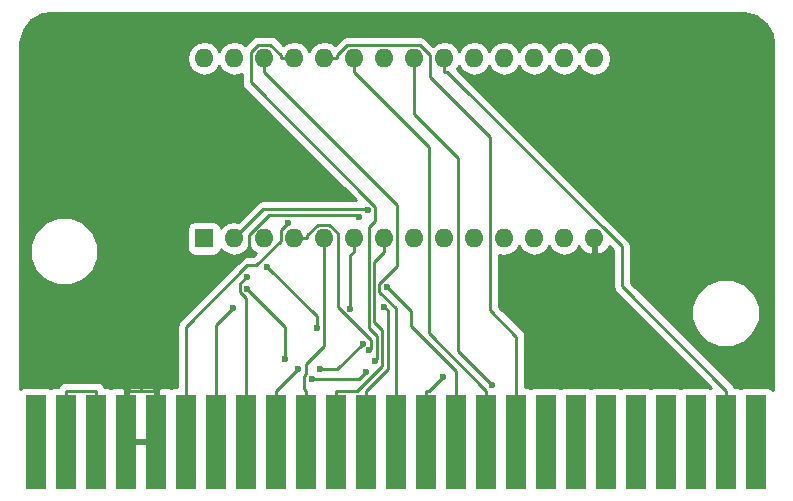
<source format=gbr>
G04 #@! TF.FileFunction,Copper,L2,Bot,Signal*
%FSLAX46Y46*%
G04 Gerber Fmt 4.6, Leading zero omitted, Abs format (unit mm)*
G04 Created by KiCad (PCBNEW 4.0.7) date 09/12/18 02:46:14*
%MOMM*%
%LPD*%
G01*
G04 APERTURE LIST*
%ADD10C,0.100000*%
%ADD11R,1.800000X8.000000*%
%ADD12R,1.600000X1.600000*%
%ADD13O,1.600000X1.600000*%
%ADD14C,0.600000*%
%ADD15C,0.250000*%
%ADD16C,0.254000*%
G04 APERTURE END LIST*
D10*
D11*
X180240840Y-108151440D03*
X177700840Y-108151440D03*
X175160840Y-108151440D03*
X172620840Y-108151440D03*
X170080840Y-108151440D03*
X167540840Y-108151440D03*
X165000840Y-108151440D03*
X162460840Y-108151440D03*
X159920840Y-108151440D03*
X157380840Y-108151440D03*
X154840840Y-108151440D03*
X152300840Y-108151440D03*
X149760840Y-108151440D03*
X147220840Y-108151440D03*
X144680840Y-108151440D03*
X142140840Y-108151440D03*
X139600840Y-108151440D03*
X137060840Y-108151440D03*
X134520840Y-108151440D03*
X131980840Y-108151440D03*
X129440840Y-108151440D03*
X126900840Y-108151440D03*
X124360840Y-108151440D03*
X121820840Y-108151440D03*
X119280840Y-108151440D03*
D12*
X133477000Y-90932000D03*
D13*
X166497000Y-75692000D03*
X136017000Y-90932000D03*
X163957000Y-75692000D03*
X138557000Y-90932000D03*
X161417000Y-75692000D03*
X141097000Y-90932000D03*
X158877000Y-75692000D03*
X143637000Y-90932000D03*
X156337000Y-75692000D03*
X146177000Y-90932000D03*
X153797000Y-75692000D03*
X148717000Y-90932000D03*
X151257000Y-75692000D03*
X151257000Y-90932000D03*
X148717000Y-75692000D03*
X153797000Y-90932000D03*
X146177000Y-75692000D03*
X156337000Y-90932000D03*
X143637000Y-75692000D03*
X158877000Y-90932000D03*
X141097000Y-75692000D03*
X161417000Y-90932000D03*
X138557000Y-75692000D03*
X163957000Y-90932000D03*
X136017000Y-75692000D03*
X166497000Y-90932000D03*
X133477000Y-75692000D03*
D14*
X157833000Y-103373900D03*
X138842900Y-93340000D03*
X143008900Y-98512000D03*
X148957300Y-95065600D03*
X147487800Y-100409300D03*
X147327600Y-88511100D03*
X153698400Y-102666100D03*
X147938100Y-101283000D03*
X137154600Y-95215900D03*
X140372900Y-101109100D03*
X142602400Y-102833600D03*
X147174300Y-102217700D03*
X148748900Y-96732100D03*
X145865400Y-96922400D03*
X146932600Y-99832500D03*
X143319100Y-102009500D03*
X141460900Y-102009500D03*
X137087900Y-94170300D03*
X135948900Y-96861500D03*
X140591000Y-89592000D03*
X146600600Y-89136500D03*
D15*
X154078300Y-76817300D02*
X153797000Y-76817300D01*
X168860000Y-91599000D02*
X154078300Y-76817300D01*
X168860000Y-94985300D02*
X168860000Y-91599000D01*
X177700800Y-103826100D02*
X168860000Y-94985300D01*
X177700800Y-108151400D02*
X177700800Y-103826100D01*
X153797000Y-75692000D02*
X153797000Y-76817300D01*
X159920800Y-99240900D02*
X159920800Y-108151400D01*
X157711400Y-97031500D02*
X159920800Y-99240900D01*
X157711400Y-82378200D02*
X157711400Y-97031500D01*
X152600900Y-77267700D02*
X157711400Y-82378200D01*
X152600900Y-75437300D02*
X152600900Y-77267700D01*
X151727900Y-74564300D02*
X152600900Y-75437300D01*
X145608700Y-74564300D02*
X151727900Y-74564300D01*
X144762300Y-75410700D02*
X145608700Y-74564300D01*
X144762300Y-75692000D02*
X144762300Y-75410700D01*
X143637000Y-75692000D02*
X144762300Y-75692000D01*
X146177000Y-75692000D02*
X146177000Y-76817300D01*
X152527000Y-83167300D02*
X146177000Y-76817300D01*
X152527000Y-98972300D02*
X152527000Y-83167300D01*
X157380800Y-103826100D02*
X152527000Y-98972300D01*
X157380800Y-108151400D02*
X157380800Y-103826100D01*
X154949000Y-100489900D02*
X157833000Y-103373900D01*
X154949000Y-84104600D02*
X154949000Y-100489900D01*
X151257000Y-80412600D02*
X154949000Y-84104600D01*
X151257000Y-75692000D02*
X151257000Y-80412600D01*
X154840800Y-102198200D02*
X154840800Y-108151400D01*
X150984600Y-98342000D02*
X154840800Y-102198200D01*
X150984600Y-97092900D02*
X150984600Y-98342000D01*
X148957300Y-95065600D02*
X150984600Y-97092900D01*
X143008800Y-98512000D02*
X143008900Y-98512000D01*
X143008800Y-97505900D02*
X143008800Y-98512000D01*
X138842900Y-93340000D02*
X143008800Y-97505900D01*
X141097000Y-90932000D02*
X142222300Y-90932000D01*
X147575400Y-100321700D02*
X147487800Y-100409300D01*
X147575400Y-99516700D02*
X147575400Y-100321700D01*
X144779800Y-96721100D02*
X147575400Y-99516700D01*
X144779800Y-90474000D02*
X144779800Y-96721100D01*
X144079500Y-89773700D02*
X144779800Y-90474000D01*
X143099300Y-89773700D02*
X144079500Y-89773700D01*
X142222300Y-90650700D02*
X143099300Y-89773700D01*
X142222300Y-90932000D02*
X142222300Y-90650700D01*
X152538400Y-103826100D02*
X152300800Y-103826100D01*
X153698400Y-102666100D02*
X152538400Y-103826100D01*
X152300800Y-108151400D02*
X152300800Y-103826100D01*
X138505600Y-88443400D02*
X136017000Y-90932000D01*
X147259900Y-88443400D02*
X138505600Y-88443400D01*
X147327600Y-88511100D02*
X147259900Y-88443400D01*
X141097000Y-75692000D02*
X139971700Y-75692000D01*
X148113200Y-101107900D02*
X147938100Y-101283000D01*
X148113200Y-99172900D02*
X148113200Y-101107900D01*
X147429600Y-98489300D02*
X148113200Y-99172900D01*
X147429600Y-89963500D02*
X147429600Y-98489300D01*
X147952900Y-89440200D02*
X147429600Y-89963500D01*
X147952900Y-88252000D02*
X147952900Y-89440200D01*
X137429000Y-77728100D02*
X147952900Y-88252000D01*
X137429000Y-75147100D02*
X137429000Y-77728100D01*
X138056800Y-74519300D02*
X137429000Y-75147100D01*
X139080300Y-74519300D02*
X138056800Y-74519300D01*
X139971700Y-75410700D02*
X139080300Y-74519300D01*
X139971700Y-75692000D02*
X139971700Y-75410700D01*
X138557000Y-75692000D02*
X138557000Y-76817300D01*
X149760800Y-108151400D02*
X149760800Y-103826100D01*
X149760800Y-96859500D02*
X149760800Y-103826100D01*
X148332000Y-95430700D02*
X149760800Y-96859500D01*
X148332000Y-94806600D02*
X148332000Y-95430700D01*
X149853100Y-93285500D02*
X148332000Y-94806600D01*
X149853100Y-88113400D02*
X149853100Y-93285500D01*
X138557000Y-76817300D02*
X149853100Y-88113400D01*
X140372900Y-98434200D02*
X140372900Y-101109100D01*
X137154600Y-95215900D02*
X140372900Y-98434200D01*
X146558400Y-102833600D02*
X147174300Y-102217700D01*
X142602400Y-102833600D02*
X146558400Y-102833600D01*
X147220800Y-108151400D02*
X147220800Y-103826100D01*
X149027500Y-97010700D02*
X148748900Y-96732100D01*
X149027500Y-102019400D02*
X149027500Y-97010700D01*
X147220800Y-103826100D02*
X149027500Y-102019400D01*
X148717000Y-90932000D02*
X148717000Y-92057300D01*
X144680800Y-108151400D02*
X144680800Y-103826100D01*
X146450300Y-103826100D02*
X144680800Y-103826100D01*
X148563600Y-101712800D02*
X146450300Y-103826100D01*
X148563600Y-98668300D02*
X148563600Y-101712800D01*
X147879900Y-97984600D02*
X148563600Y-98668300D01*
X147879900Y-92894400D02*
X147879900Y-97984600D01*
X148717000Y-92057300D02*
X147879900Y-92894400D01*
X143637000Y-90932000D02*
X143637000Y-92057300D01*
X142140800Y-108151400D02*
X142140800Y-103826100D01*
X141977100Y-103662400D02*
X142140800Y-103826100D01*
X141977100Y-102574600D02*
X141977100Y-103662400D01*
X142140800Y-102410900D02*
X141977100Y-102574600D01*
X142140800Y-101530100D02*
X142140800Y-102410900D01*
X143637000Y-100033900D02*
X142140800Y-101530100D01*
X143637000Y-92057300D02*
X143637000Y-100033900D01*
X145865400Y-92368900D02*
X145865400Y-96922400D01*
X146177000Y-92057300D02*
X145865400Y-92368900D01*
X146177000Y-90932000D02*
X146177000Y-92057300D01*
X139600800Y-108151400D02*
X139600800Y-103826100D01*
X144755600Y-102009500D02*
X143319100Y-102009500D01*
X146932600Y-99832500D02*
X144755600Y-102009500D01*
X141417400Y-102009500D02*
X141460900Y-102009500D01*
X139600800Y-103826100D02*
X141417400Y-102009500D01*
X137060800Y-108151400D02*
X137060800Y-103826100D01*
X137060800Y-96006400D02*
X137060800Y-103826100D01*
X136529300Y-95474900D02*
X137060800Y-96006400D01*
X136529300Y-94728900D02*
X136529300Y-95474900D01*
X137087900Y-94170300D02*
X136529300Y-94728900D01*
X134520800Y-98289600D02*
X134520800Y-108151400D01*
X135948900Y-96861500D02*
X134520800Y-98289600D01*
X131980800Y-98393100D02*
X131980800Y-108151400D01*
X137156200Y-93217700D02*
X131980800Y-98393100D01*
X137919100Y-93217700D02*
X137156200Y-93217700D01*
X139971600Y-91165200D02*
X137919100Y-93217700D01*
X139971600Y-90211400D02*
X139971600Y-91165200D01*
X140591000Y-89592000D02*
X139971600Y-90211400D01*
X126900800Y-103826100D02*
X129440800Y-103826100D01*
X126900800Y-108151400D02*
X126900800Y-103826100D01*
X129440800Y-108151400D02*
X129440800Y-103826100D01*
X146410600Y-88946500D02*
X146600600Y-89136500D01*
X138949300Y-88946500D02*
X146410600Y-88946500D01*
X137287000Y-90608800D02*
X138949300Y-88946500D01*
X137287000Y-92057400D02*
X137287000Y-90608800D01*
X129440800Y-99903600D02*
X137287000Y-92057400D01*
X129440800Y-103826100D02*
X129440800Y-99903600D01*
X121820800Y-103826100D02*
X124360800Y-103826100D01*
X121820800Y-108151400D02*
X121820800Y-103826100D01*
X124360800Y-108151400D02*
X124360800Y-103826100D01*
D16*
G36*
X180240780Y-72114140D02*
X181034839Y-72737853D01*
X181536688Y-73630265D01*
X181662447Y-74419755D01*
X181662000Y-74422000D01*
X181662000Y-103788688D01*
X181604930Y-103699999D01*
X181392730Y-103555009D01*
X181140840Y-103504000D01*
X179340840Y-103504000D01*
X179105523Y-103548278D01*
X178970263Y-103635316D01*
X178852730Y-103555009D01*
X178600840Y-103504000D01*
X178382061Y-103504000D01*
X178238201Y-103288699D01*
X172742286Y-97792784D01*
X174739141Y-97792784D01*
X175177430Y-98853526D01*
X175988285Y-99665797D01*
X177048260Y-100105938D01*
X178195984Y-100106939D01*
X179256726Y-99668650D01*
X180068997Y-98857795D01*
X180509138Y-97797820D01*
X180510139Y-96650096D01*
X180071850Y-95589354D01*
X179260995Y-94777083D01*
X178201020Y-94336942D01*
X177053296Y-94335941D01*
X175992554Y-94774230D01*
X175180283Y-95585085D01*
X174740142Y-96645060D01*
X174739141Y-97792784D01*
X172742286Y-97792784D01*
X169620000Y-94670498D01*
X169620000Y-91599000D01*
X169562148Y-91308161D01*
X169397401Y-91061599D01*
X154915405Y-76579603D01*
X155067000Y-76352725D01*
X155322302Y-76734811D01*
X155787849Y-77045880D01*
X156337000Y-77155113D01*
X156886151Y-77045880D01*
X157351698Y-76734811D01*
X157607000Y-76352725D01*
X157862302Y-76734811D01*
X158327849Y-77045880D01*
X158877000Y-77155113D01*
X159426151Y-77045880D01*
X159891698Y-76734811D01*
X160147000Y-76352725D01*
X160402302Y-76734811D01*
X160867849Y-77045880D01*
X161417000Y-77155113D01*
X161966151Y-77045880D01*
X162431698Y-76734811D01*
X162687000Y-76352725D01*
X162942302Y-76734811D01*
X163407849Y-77045880D01*
X163957000Y-77155113D01*
X164506151Y-77045880D01*
X164971698Y-76734811D01*
X165227000Y-76352725D01*
X165482302Y-76734811D01*
X165947849Y-77045880D01*
X166497000Y-77155113D01*
X167046151Y-77045880D01*
X167511698Y-76734811D01*
X167822767Y-76269264D01*
X167932000Y-75720113D01*
X167932000Y-75663887D01*
X167822767Y-75114736D01*
X167511698Y-74649189D01*
X167046151Y-74338120D01*
X166497000Y-74228887D01*
X165947849Y-74338120D01*
X165482302Y-74649189D01*
X165227000Y-75031275D01*
X164971698Y-74649189D01*
X164506151Y-74338120D01*
X163957000Y-74228887D01*
X163407849Y-74338120D01*
X162942302Y-74649189D01*
X162687000Y-75031275D01*
X162431698Y-74649189D01*
X161966151Y-74338120D01*
X161417000Y-74228887D01*
X160867849Y-74338120D01*
X160402302Y-74649189D01*
X160147000Y-75031275D01*
X159891698Y-74649189D01*
X159426151Y-74338120D01*
X158877000Y-74228887D01*
X158327849Y-74338120D01*
X157862302Y-74649189D01*
X157607000Y-75031275D01*
X157351698Y-74649189D01*
X156886151Y-74338120D01*
X156337000Y-74228887D01*
X155787849Y-74338120D01*
X155322302Y-74649189D01*
X155067000Y-75031275D01*
X154811698Y-74649189D01*
X154346151Y-74338120D01*
X153797000Y-74228887D01*
X153247849Y-74338120D01*
X152845418Y-74607016D01*
X152265301Y-74026899D01*
X152018739Y-73862152D01*
X151727900Y-73804300D01*
X145608700Y-73804300D01*
X145317860Y-73862152D01*
X145071299Y-74026899D01*
X144530195Y-74568003D01*
X144186151Y-74338120D01*
X143637000Y-74228887D01*
X143087849Y-74338120D01*
X142622302Y-74649189D01*
X142367000Y-75031275D01*
X142111698Y-74649189D01*
X141646151Y-74338120D01*
X141097000Y-74228887D01*
X140547849Y-74338120D01*
X140203805Y-74568003D01*
X139617701Y-73981899D01*
X139371139Y-73817152D01*
X139080300Y-73759300D01*
X138056800Y-73759300D01*
X137765960Y-73817152D01*
X137519399Y-73981899D01*
X136924042Y-74577256D01*
X136566151Y-74338120D01*
X136017000Y-74228887D01*
X135467849Y-74338120D01*
X135002302Y-74649189D01*
X134747000Y-75031275D01*
X134491698Y-74649189D01*
X134026151Y-74338120D01*
X133477000Y-74228887D01*
X132927849Y-74338120D01*
X132462302Y-74649189D01*
X132151233Y-75114736D01*
X132042000Y-75663887D01*
X132042000Y-75720113D01*
X132151233Y-76269264D01*
X132462302Y-76734811D01*
X132927849Y-77045880D01*
X133477000Y-77155113D01*
X134026151Y-77045880D01*
X134491698Y-76734811D01*
X134747000Y-76352725D01*
X135002302Y-76734811D01*
X135467849Y-77045880D01*
X136017000Y-77155113D01*
X136566151Y-77045880D01*
X136669000Y-76977158D01*
X136669000Y-77728100D01*
X136726852Y-78018939D01*
X136891599Y-78265501D01*
X146309498Y-87683400D01*
X138505600Y-87683400D01*
X138214761Y-87741252D01*
X137968199Y-87905999D01*
X136340886Y-89533312D01*
X136017000Y-89468887D01*
X135467849Y-89578120D01*
X135002302Y-89889189D01*
X134905899Y-90033465D01*
X134880162Y-89896683D01*
X134741090Y-89680559D01*
X134528890Y-89535569D01*
X134277000Y-89484560D01*
X132677000Y-89484560D01*
X132441683Y-89528838D01*
X132225559Y-89667910D01*
X132080569Y-89880110D01*
X132029560Y-90132000D01*
X132029560Y-91732000D01*
X132073838Y-91967317D01*
X132212910Y-92183441D01*
X132425110Y-92328431D01*
X132677000Y-92379440D01*
X134277000Y-92379440D01*
X134512317Y-92335162D01*
X134728441Y-92196090D01*
X134873431Y-91983890D01*
X134904815Y-91828911D01*
X135002302Y-91974811D01*
X135467849Y-92285880D01*
X136017000Y-92395113D01*
X136566151Y-92285880D01*
X137031698Y-91974811D01*
X137287000Y-91592725D01*
X137542302Y-91974811D01*
X137868936Y-92193062D01*
X137604298Y-92457700D01*
X137156200Y-92457700D01*
X136865361Y-92515552D01*
X136618799Y-92680299D01*
X131443399Y-97855699D01*
X131278652Y-98102261D01*
X131220800Y-98393100D01*
X131220800Y-103504000D01*
X131080840Y-103504000D01*
X130845523Y-103548278D01*
X130717855Y-103630430D01*
X130700538Y-103613113D01*
X130467149Y-103516440D01*
X129726590Y-103516440D01*
X129567840Y-103675190D01*
X129567840Y-108024440D01*
X129587840Y-108024440D01*
X129587840Y-108278440D01*
X129567840Y-108278440D01*
X129567840Y-108298440D01*
X129313840Y-108298440D01*
X129313840Y-108278440D01*
X127027840Y-108278440D01*
X127027840Y-108298440D01*
X126773840Y-108298440D01*
X126773840Y-108278440D01*
X126753840Y-108278440D01*
X126753840Y-108024440D01*
X126773840Y-108024440D01*
X126773840Y-103675190D01*
X127027840Y-103675190D01*
X127027840Y-108024440D01*
X129313840Y-108024440D01*
X129313840Y-103675190D01*
X129155090Y-103516440D01*
X128414531Y-103516440D01*
X128181142Y-103613113D01*
X128170840Y-103623415D01*
X128160538Y-103613113D01*
X127927149Y-103516440D01*
X127186590Y-103516440D01*
X127027840Y-103675190D01*
X126773840Y-103675190D01*
X126615090Y-103516440D01*
X125874531Y-103516440D01*
X125641142Y-103613113D01*
X125623536Y-103630719D01*
X125512730Y-103555009D01*
X125260840Y-103504000D01*
X125042060Y-103504000D01*
X124898201Y-103288699D01*
X124651639Y-103123952D01*
X124360800Y-103066100D01*
X121820800Y-103066100D01*
X121529961Y-103123952D01*
X121283399Y-103288699D01*
X121139540Y-103504000D01*
X120920840Y-103504000D01*
X120685523Y-103548278D01*
X120550263Y-103635316D01*
X120432730Y-103555009D01*
X120180840Y-103504000D01*
X118380840Y-103504000D01*
X118145523Y-103548278D01*
X117931000Y-103686320D01*
X117931000Y-92590864D01*
X118739761Y-92590864D01*
X119178050Y-93651606D01*
X119988905Y-94463877D01*
X121048880Y-94904018D01*
X122196604Y-94905019D01*
X123257346Y-94466730D01*
X124069617Y-93655875D01*
X124509758Y-92595900D01*
X124510759Y-91448176D01*
X124072470Y-90387434D01*
X123261615Y-89575163D01*
X122201640Y-89135022D01*
X121053916Y-89134021D01*
X119993174Y-89572310D01*
X119180903Y-90383165D01*
X118740762Y-91443140D01*
X118739761Y-92590864D01*
X117931000Y-92590864D01*
X117931000Y-74275320D01*
X118215140Y-73260975D01*
X118838853Y-72466916D01*
X119731265Y-71965067D01*
X120579192Y-71830000D01*
X179226435Y-71830000D01*
X180240780Y-72114140D01*
X180240780Y-72114140D01*
G37*
X180240780Y-72114140D02*
X181034839Y-72737853D01*
X181536688Y-73630265D01*
X181662447Y-74419755D01*
X181662000Y-74422000D01*
X181662000Y-103788688D01*
X181604930Y-103699999D01*
X181392730Y-103555009D01*
X181140840Y-103504000D01*
X179340840Y-103504000D01*
X179105523Y-103548278D01*
X178970263Y-103635316D01*
X178852730Y-103555009D01*
X178600840Y-103504000D01*
X178382061Y-103504000D01*
X178238201Y-103288699D01*
X172742286Y-97792784D01*
X174739141Y-97792784D01*
X175177430Y-98853526D01*
X175988285Y-99665797D01*
X177048260Y-100105938D01*
X178195984Y-100106939D01*
X179256726Y-99668650D01*
X180068997Y-98857795D01*
X180509138Y-97797820D01*
X180510139Y-96650096D01*
X180071850Y-95589354D01*
X179260995Y-94777083D01*
X178201020Y-94336942D01*
X177053296Y-94335941D01*
X175992554Y-94774230D01*
X175180283Y-95585085D01*
X174740142Y-96645060D01*
X174739141Y-97792784D01*
X172742286Y-97792784D01*
X169620000Y-94670498D01*
X169620000Y-91599000D01*
X169562148Y-91308161D01*
X169397401Y-91061599D01*
X154915405Y-76579603D01*
X155067000Y-76352725D01*
X155322302Y-76734811D01*
X155787849Y-77045880D01*
X156337000Y-77155113D01*
X156886151Y-77045880D01*
X157351698Y-76734811D01*
X157607000Y-76352725D01*
X157862302Y-76734811D01*
X158327849Y-77045880D01*
X158877000Y-77155113D01*
X159426151Y-77045880D01*
X159891698Y-76734811D01*
X160147000Y-76352725D01*
X160402302Y-76734811D01*
X160867849Y-77045880D01*
X161417000Y-77155113D01*
X161966151Y-77045880D01*
X162431698Y-76734811D01*
X162687000Y-76352725D01*
X162942302Y-76734811D01*
X163407849Y-77045880D01*
X163957000Y-77155113D01*
X164506151Y-77045880D01*
X164971698Y-76734811D01*
X165227000Y-76352725D01*
X165482302Y-76734811D01*
X165947849Y-77045880D01*
X166497000Y-77155113D01*
X167046151Y-77045880D01*
X167511698Y-76734811D01*
X167822767Y-76269264D01*
X167932000Y-75720113D01*
X167932000Y-75663887D01*
X167822767Y-75114736D01*
X167511698Y-74649189D01*
X167046151Y-74338120D01*
X166497000Y-74228887D01*
X165947849Y-74338120D01*
X165482302Y-74649189D01*
X165227000Y-75031275D01*
X164971698Y-74649189D01*
X164506151Y-74338120D01*
X163957000Y-74228887D01*
X163407849Y-74338120D01*
X162942302Y-74649189D01*
X162687000Y-75031275D01*
X162431698Y-74649189D01*
X161966151Y-74338120D01*
X161417000Y-74228887D01*
X160867849Y-74338120D01*
X160402302Y-74649189D01*
X160147000Y-75031275D01*
X159891698Y-74649189D01*
X159426151Y-74338120D01*
X158877000Y-74228887D01*
X158327849Y-74338120D01*
X157862302Y-74649189D01*
X157607000Y-75031275D01*
X157351698Y-74649189D01*
X156886151Y-74338120D01*
X156337000Y-74228887D01*
X155787849Y-74338120D01*
X155322302Y-74649189D01*
X155067000Y-75031275D01*
X154811698Y-74649189D01*
X154346151Y-74338120D01*
X153797000Y-74228887D01*
X153247849Y-74338120D01*
X152845418Y-74607016D01*
X152265301Y-74026899D01*
X152018739Y-73862152D01*
X151727900Y-73804300D01*
X145608700Y-73804300D01*
X145317860Y-73862152D01*
X145071299Y-74026899D01*
X144530195Y-74568003D01*
X144186151Y-74338120D01*
X143637000Y-74228887D01*
X143087849Y-74338120D01*
X142622302Y-74649189D01*
X142367000Y-75031275D01*
X142111698Y-74649189D01*
X141646151Y-74338120D01*
X141097000Y-74228887D01*
X140547849Y-74338120D01*
X140203805Y-74568003D01*
X139617701Y-73981899D01*
X139371139Y-73817152D01*
X139080300Y-73759300D01*
X138056800Y-73759300D01*
X137765960Y-73817152D01*
X137519399Y-73981899D01*
X136924042Y-74577256D01*
X136566151Y-74338120D01*
X136017000Y-74228887D01*
X135467849Y-74338120D01*
X135002302Y-74649189D01*
X134747000Y-75031275D01*
X134491698Y-74649189D01*
X134026151Y-74338120D01*
X133477000Y-74228887D01*
X132927849Y-74338120D01*
X132462302Y-74649189D01*
X132151233Y-75114736D01*
X132042000Y-75663887D01*
X132042000Y-75720113D01*
X132151233Y-76269264D01*
X132462302Y-76734811D01*
X132927849Y-77045880D01*
X133477000Y-77155113D01*
X134026151Y-77045880D01*
X134491698Y-76734811D01*
X134747000Y-76352725D01*
X135002302Y-76734811D01*
X135467849Y-77045880D01*
X136017000Y-77155113D01*
X136566151Y-77045880D01*
X136669000Y-76977158D01*
X136669000Y-77728100D01*
X136726852Y-78018939D01*
X136891599Y-78265501D01*
X146309498Y-87683400D01*
X138505600Y-87683400D01*
X138214761Y-87741252D01*
X137968199Y-87905999D01*
X136340886Y-89533312D01*
X136017000Y-89468887D01*
X135467849Y-89578120D01*
X135002302Y-89889189D01*
X134905899Y-90033465D01*
X134880162Y-89896683D01*
X134741090Y-89680559D01*
X134528890Y-89535569D01*
X134277000Y-89484560D01*
X132677000Y-89484560D01*
X132441683Y-89528838D01*
X132225559Y-89667910D01*
X132080569Y-89880110D01*
X132029560Y-90132000D01*
X132029560Y-91732000D01*
X132073838Y-91967317D01*
X132212910Y-92183441D01*
X132425110Y-92328431D01*
X132677000Y-92379440D01*
X134277000Y-92379440D01*
X134512317Y-92335162D01*
X134728441Y-92196090D01*
X134873431Y-91983890D01*
X134904815Y-91828911D01*
X135002302Y-91974811D01*
X135467849Y-92285880D01*
X136017000Y-92395113D01*
X136566151Y-92285880D01*
X137031698Y-91974811D01*
X137287000Y-91592725D01*
X137542302Y-91974811D01*
X137868936Y-92193062D01*
X137604298Y-92457700D01*
X137156200Y-92457700D01*
X136865361Y-92515552D01*
X136618799Y-92680299D01*
X131443399Y-97855699D01*
X131278652Y-98102261D01*
X131220800Y-98393100D01*
X131220800Y-103504000D01*
X131080840Y-103504000D01*
X130845523Y-103548278D01*
X130717855Y-103630430D01*
X130700538Y-103613113D01*
X130467149Y-103516440D01*
X129726590Y-103516440D01*
X129567840Y-103675190D01*
X129567840Y-108024440D01*
X129587840Y-108024440D01*
X129587840Y-108278440D01*
X129567840Y-108278440D01*
X129567840Y-108298440D01*
X129313840Y-108298440D01*
X129313840Y-108278440D01*
X127027840Y-108278440D01*
X127027840Y-108298440D01*
X126773840Y-108298440D01*
X126773840Y-108278440D01*
X126753840Y-108278440D01*
X126753840Y-108024440D01*
X126773840Y-108024440D01*
X126773840Y-103675190D01*
X127027840Y-103675190D01*
X127027840Y-108024440D01*
X129313840Y-108024440D01*
X129313840Y-103675190D01*
X129155090Y-103516440D01*
X128414531Y-103516440D01*
X128181142Y-103613113D01*
X128170840Y-103623415D01*
X128160538Y-103613113D01*
X127927149Y-103516440D01*
X127186590Y-103516440D01*
X127027840Y-103675190D01*
X126773840Y-103675190D01*
X126615090Y-103516440D01*
X125874531Y-103516440D01*
X125641142Y-103613113D01*
X125623536Y-103630719D01*
X125512730Y-103555009D01*
X125260840Y-103504000D01*
X125042060Y-103504000D01*
X124898201Y-103288699D01*
X124651639Y-103123952D01*
X124360800Y-103066100D01*
X121820800Y-103066100D01*
X121529961Y-103123952D01*
X121283399Y-103288699D01*
X121139540Y-103504000D01*
X120920840Y-103504000D01*
X120685523Y-103548278D01*
X120550263Y-103635316D01*
X120432730Y-103555009D01*
X120180840Y-103504000D01*
X118380840Y-103504000D01*
X118145523Y-103548278D01*
X117931000Y-103686320D01*
X117931000Y-92590864D01*
X118739761Y-92590864D01*
X119178050Y-93651606D01*
X119988905Y-94463877D01*
X121048880Y-94904018D01*
X122196604Y-94905019D01*
X123257346Y-94466730D01*
X124069617Y-93655875D01*
X124509758Y-92595900D01*
X124510759Y-91448176D01*
X124072470Y-90387434D01*
X123261615Y-89575163D01*
X122201640Y-89135022D01*
X121053916Y-89134021D01*
X119993174Y-89572310D01*
X119180903Y-90383165D01*
X118740762Y-91443140D01*
X118739761Y-92590864D01*
X117931000Y-92590864D01*
X117931000Y-74275320D01*
X118215140Y-73260975D01*
X118838853Y-72466916D01*
X119731265Y-71965067D01*
X120579192Y-71830000D01*
X179226435Y-71830000D01*
X180240780Y-72114140D01*
G36*
X166624000Y-90805000D02*
X166644000Y-90805000D01*
X166644000Y-91059000D01*
X166624000Y-91059000D01*
X166624000Y-92201915D01*
X166846039Y-92323904D01*
X167234423Y-92163041D01*
X167649389Y-91787134D01*
X167753454Y-91567256D01*
X168100000Y-91913802D01*
X168100000Y-94985300D01*
X168157852Y-95276139D01*
X168322599Y-95522701D01*
X176433275Y-103633377D01*
X176430263Y-103635316D01*
X176312730Y-103555009D01*
X176060840Y-103504000D01*
X174260840Y-103504000D01*
X174025523Y-103548278D01*
X173890263Y-103635316D01*
X173772730Y-103555009D01*
X173520840Y-103504000D01*
X171720840Y-103504000D01*
X171485523Y-103548278D01*
X171350263Y-103635316D01*
X171232730Y-103555009D01*
X170980840Y-103504000D01*
X169180840Y-103504000D01*
X168945523Y-103548278D01*
X168810263Y-103635316D01*
X168692730Y-103555009D01*
X168440840Y-103504000D01*
X166640840Y-103504000D01*
X166405523Y-103548278D01*
X166270263Y-103635316D01*
X166152730Y-103555009D01*
X165900840Y-103504000D01*
X164100840Y-103504000D01*
X163865523Y-103548278D01*
X163730263Y-103635316D01*
X163612730Y-103555009D01*
X163360840Y-103504000D01*
X161560840Y-103504000D01*
X161325523Y-103548278D01*
X161190263Y-103635316D01*
X161072730Y-103555009D01*
X160820840Y-103504000D01*
X160680800Y-103504000D01*
X160680800Y-99240900D01*
X160622948Y-98950061D01*
X160622948Y-98950060D01*
X160458201Y-98703499D01*
X158471400Y-96716698D01*
X158471400Y-92314434D01*
X158877000Y-92395113D01*
X159426151Y-92285880D01*
X159891698Y-91974811D01*
X160147000Y-91592725D01*
X160402302Y-91974811D01*
X160867849Y-92285880D01*
X161417000Y-92395113D01*
X161966151Y-92285880D01*
X162431698Y-91974811D01*
X162687000Y-91592725D01*
X162942302Y-91974811D01*
X163407849Y-92285880D01*
X163957000Y-92395113D01*
X164506151Y-92285880D01*
X164971698Y-91974811D01*
X165241986Y-91570297D01*
X165344611Y-91787134D01*
X165759577Y-92163041D01*
X166147961Y-92323904D01*
X166370000Y-92201915D01*
X166370000Y-91059000D01*
X166350000Y-91059000D01*
X166350000Y-90805000D01*
X166370000Y-90805000D01*
X166370000Y-90785000D01*
X166624000Y-90785000D01*
X166624000Y-90805000D01*
X166624000Y-90805000D01*
G37*
X166624000Y-90805000D02*
X166644000Y-90805000D01*
X166644000Y-91059000D01*
X166624000Y-91059000D01*
X166624000Y-92201915D01*
X166846039Y-92323904D01*
X167234423Y-92163041D01*
X167649389Y-91787134D01*
X167753454Y-91567256D01*
X168100000Y-91913802D01*
X168100000Y-94985300D01*
X168157852Y-95276139D01*
X168322599Y-95522701D01*
X176433275Y-103633377D01*
X176430263Y-103635316D01*
X176312730Y-103555009D01*
X176060840Y-103504000D01*
X174260840Y-103504000D01*
X174025523Y-103548278D01*
X173890263Y-103635316D01*
X173772730Y-103555009D01*
X173520840Y-103504000D01*
X171720840Y-103504000D01*
X171485523Y-103548278D01*
X171350263Y-103635316D01*
X171232730Y-103555009D01*
X170980840Y-103504000D01*
X169180840Y-103504000D01*
X168945523Y-103548278D01*
X168810263Y-103635316D01*
X168692730Y-103555009D01*
X168440840Y-103504000D01*
X166640840Y-103504000D01*
X166405523Y-103548278D01*
X166270263Y-103635316D01*
X166152730Y-103555009D01*
X165900840Y-103504000D01*
X164100840Y-103504000D01*
X163865523Y-103548278D01*
X163730263Y-103635316D01*
X163612730Y-103555009D01*
X163360840Y-103504000D01*
X161560840Y-103504000D01*
X161325523Y-103548278D01*
X161190263Y-103635316D01*
X161072730Y-103555009D01*
X160820840Y-103504000D01*
X160680800Y-103504000D01*
X160680800Y-99240900D01*
X160622948Y-98950061D01*
X160622948Y-98950060D01*
X160458201Y-98703499D01*
X158471400Y-96716698D01*
X158471400Y-92314434D01*
X158877000Y-92395113D01*
X159426151Y-92285880D01*
X159891698Y-91974811D01*
X160147000Y-91592725D01*
X160402302Y-91974811D01*
X160867849Y-92285880D01*
X161417000Y-92395113D01*
X161966151Y-92285880D01*
X162431698Y-91974811D01*
X162687000Y-91592725D01*
X162942302Y-91974811D01*
X163407849Y-92285880D01*
X163957000Y-92395113D01*
X164506151Y-92285880D01*
X164971698Y-91974811D01*
X165241986Y-91570297D01*
X165344611Y-91787134D01*
X165759577Y-92163041D01*
X166147961Y-92323904D01*
X166370000Y-92201915D01*
X166370000Y-91059000D01*
X166350000Y-91059000D01*
X166350000Y-90805000D01*
X166370000Y-90805000D01*
X166370000Y-90785000D01*
X166624000Y-90785000D01*
X166624000Y-90805000D01*
M02*

</source>
